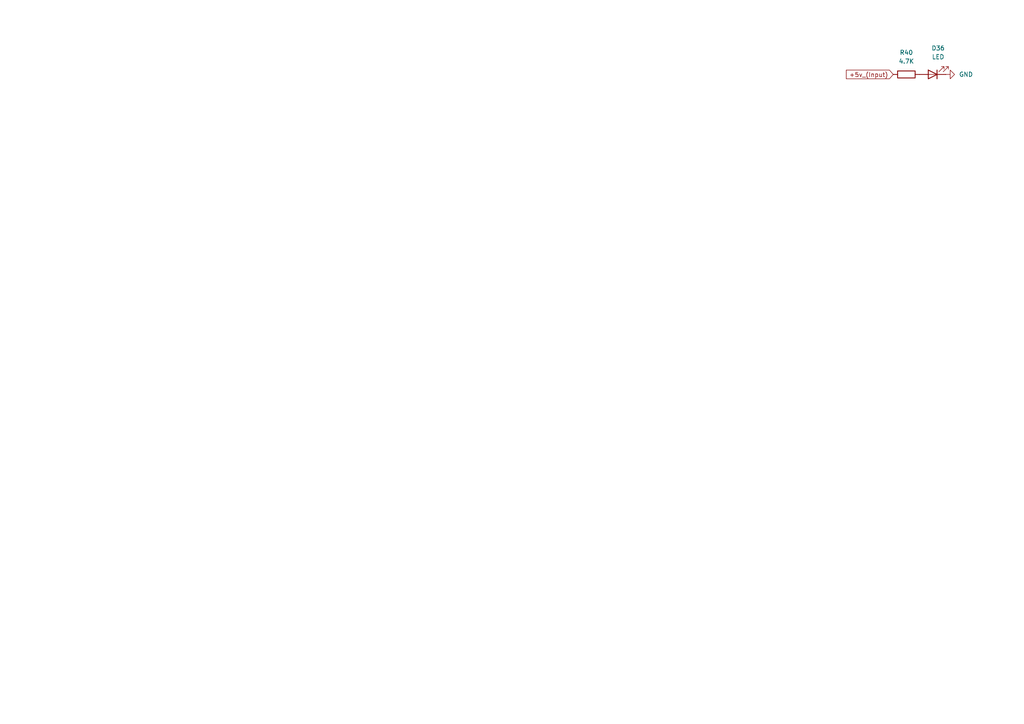
<source format=kicad_sch>
(kicad_sch (version 20250114) (generator "eeschema") (generator_version "9.0")
  (paper "A4")
  (lib_symbols
    (symbol "Device:LED" (pin_numbers (hide yes)) (pin_names (offset 1.016) (hide yes))
      (property "Reference" "D" (at 0 2.54 0))
      (property "Value" "LED" (at 0 -2.54 0))
      (symbol "LED_0_1"
        (polyline (pts (xy -3.048 -0.762) (xy -4.572 -2.286) (xy -3.81 -2.286) (xy -4.572 -2.286) (xy -4.572 -1.524)))
        (polyline (pts (xy -1.778 -0.762) (xy -3.302 -2.286) (xy -2.54 -2.286) (xy -3.302 -2.286) (xy -3.302 -1.524)))
        (polyline (pts (xy -1.27 0) (xy 1.27 0)))
        (polyline (pts (xy -1.27 -1.27) (xy -1.27 1.27)) (stroke (width 0.254)))
        (polyline (pts (xy 1.27 -1.27) (xy 1.27 1.27) (xy -1.27 0) (xy 1.27 -1.27)) (stroke (width 0.254)))
      )
      (symbol "LED_1_1"
        (pin passive line (at -3.81 0 0) (length 2.54) (name "K") (number "1"))
        (pin passive line (at 3.81 0 180) (length 2.54) (name "A") (number "2"))
      )
    )
    (symbol "Device:R" (pin_numbers (hide yes)) (pin_names (offset 0))
      (property "Reference" "R" (at 2.032 0 90))
      (property "Value" "R" (at 0 0 90))
      (symbol "R_0_1"
        (rectangle (start -1.016 -2.54) (end 1.016 2.54) (stroke (width 0.254)))
      )
      (symbol "R_1_1"
        (pin passive line (at 0 3.81 270) (length 1.27) (name "~") (number "1"))
        (pin passive line (at 0 -3.81 90) (length 1.27) (name "~") (number "2"))
      )
    )
    (symbol "power:GND" (power) (pin_numbers (hide yes)) (pin_names (offset 0) (hide yes))
      (property "Value" "GND" (at 0 -3.81 0))
      (symbol "GND_0_1"
        (polyline (pts (xy 0 0) (xy 0 -1.27) (xy 1.27 -1.27) (xy 0 -2.54) (xy -1.27 -1.27) (xy 0 -1.27)))
      )
      (symbol "GND_1_1"
        (pin power_in line (at 0 0 270) (length 0) (name "~") (number "1"))
      )
    )
  )
  (global_label "+5v_(Input)" (shape input) (at 259.08 21.59 180) (property "Intersheetrefs" "${INTERSHEET_REFS}" (effects (hide yes))))
  (symbol (lib_id "Device:LED") (at 270.51 21.59 180) (unit 1)
    (property "Reference" "D36" (at 272.0975 13.97 0))
    (property "Value" "LED" (at 272.0975 16.51 0))
    (property "Description" "Light emitting diode" (effects (hide yes)))
    (property "Sim.Pins" "1=K 2=A" (effects (hide yes)))
  )
  (symbol (lib_id "power:GND") (at 274.32 21.59 90) (unit 1)
    (property "Reference" "#PWR066" (effects (hide yes)))
    (property "Value" "GND" (at 278.13 21.5899 90) (effects (justify right)))
    (property "Description" "Power symbol creates a global label with name \"GND\" , ground" (effects (hide yes)))
  )
  (symbol (lib_id "Device:R") (at 262.89 21.59 90) (unit 1)
    (property "Reference" "R40" (at 262.89 15.24 90))
    (property "Value" "4.7K" (at 262.89 17.78 90))
    (property "Description" "Resistor" (effects (hide yes)))
  )
)
</source>
